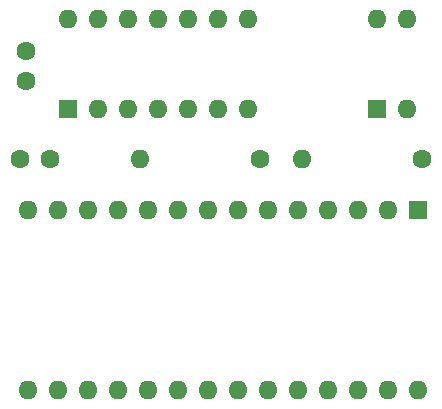
<source format=gbr>
%TF.GenerationSoftware,KiCad,Pcbnew,8.0.1*%
%TF.CreationDate,2024-04-05T09:22:38+02:00*%
%TF.ProjectId,zx-interface-2-rom,7a782d69-6e74-4657-9266-6163652d322d,rev?*%
%TF.SameCoordinates,Original*%
%TF.FileFunction,Soldermask,Top*%
%TF.FilePolarity,Negative*%
%FSLAX46Y46*%
G04 Gerber Fmt 4.6, Leading zero omitted, Abs format (unit mm)*
G04 Created by KiCad (PCBNEW 8.0.1) date 2024-04-05 09:22:38*
%MOMM*%
%LPD*%
G01*
G04 APERTURE LIST*
%ADD10C,1.600000*%
%ADD11O,1.600000X1.600000*%
%ADD12R,1.600000X1.600000*%
G04 APERTURE END LIST*
D10*
%TO.C,R2*%
X120600000Y-61025000D03*
D11*
X110440000Y-61025000D03*
%TD*%
D10*
%TO.C,C2*%
X86525000Y-61000000D03*
X89025000Y-61000000D03*
%TD*%
D12*
%TO.C,U1*%
X120230000Y-65300000D03*
D11*
X117690000Y-65300000D03*
X115150000Y-65300000D03*
X112610000Y-65300000D03*
X110070000Y-65300000D03*
X107530000Y-65300000D03*
X104990000Y-65300000D03*
X102450000Y-65300000D03*
X99910000Y-65300000D03*
X97370000Y-65300000D03*
X94830000Y-65300000D03*
X92290000Y-65300000D03*
X89750000Y-65300000D03*
X87210000Y-65300000D03*
X87210000Y-80540000D03*
X89750000Y-80540000D03*
X92290000Y-80540000D03*
X94830000Y-80540000D03*
X97370000Y-80540000D03*
X99910000Y-80540000D03*
X102450000Y-80540000D03*
X104990000Y-80540000D03*
X107530000Y-80540000D03*
X110070000Y-80540000D03*
X112610000Y-80540000D03*
X115150000Y-80540000D03*
X117690000Y-80540000D03*
X120230000Y-80540000D03*
%TD*%
D10*
%TO.C,C1*%
X87000000Y-51875000D03*
X87000000Y-54375000D03*
%TD*%
D12*
%TO.C,SW1*%
X116735000Y-56750000D03*
D11*
X119275000Y-56750000D03*
X119275000Y-49130000D03*
X116735000Y-49130000D03*
%TD*%
D10*
%TO.C,R1*%
X106830000Y-61000000D03*
D11*
X96670000Y-61000000D03*
%TD*%
D12*
%TO.C,U2*%
X90610000Y-56770000D03*
D11*
X93150000Y-56770000D03*
X95690000Y-56770000D03*
X98230000Y-56770000D03*
X100770000Y-56770000D03*
X103310000Y-56770000D03*
X105850000Y-56770000D03*
X105850000Y-49150000D03*
X103310000Y-49150000D03*
X100770000Y-49150000D03*
X98230000Y-49150000D03*
X95690000Y-49150000D03*
X93150000Y-49150000D03*
X90610000Y-49150000D03*
%TD*%
M02*

</source>
